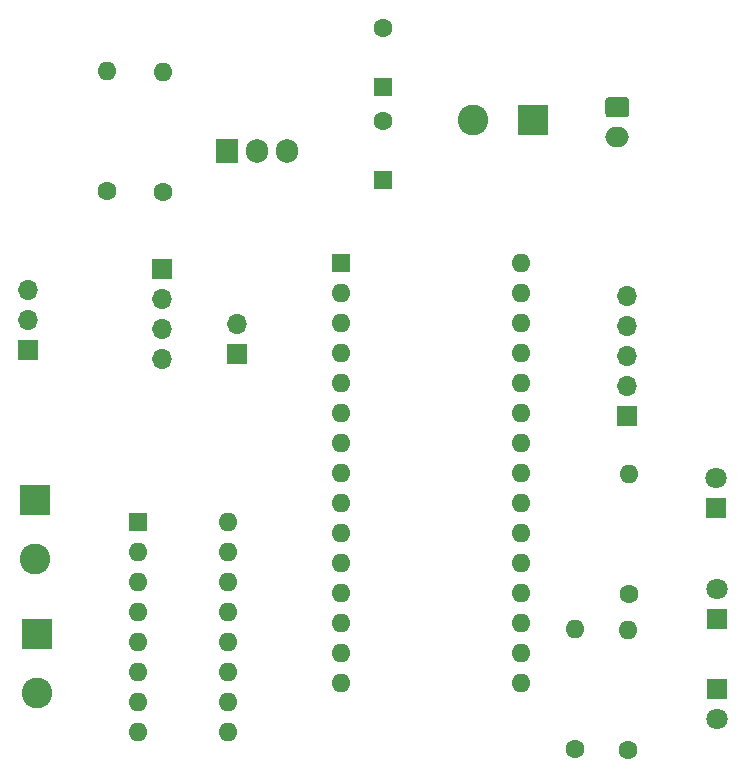
<source format=gbr>
%TF.GenerationSoftware,KiCad,Pcbnew,(5.1.10)-1*%
%TF.CreationDate,2021-07-11T18:10:03+05:30*%
%TF.ProjectId,pcb_flip,7063625f-666c-4697-902e-6b696361645f,rev?*%
%TF.SameCoordinates,Original*%
%TF.FileFunction,Soldermask,Top*%
%TF.FilePolarity,Negative*%
%FSLAX46Y46*%
G04 Gerber Fmt 4.6, Leading zero omitted, Abs format (unit mm)*
G04 Created by KiCad (PCBNEW (5.1.10)-1) date 2021-07-11 18:10:03*
%MOMM*%
%LPD*%
G01*
G04 APERTURE LIST*
%ADD10C,1.800000*%
%ADD11R,1.800000X1.800000*%
%ADD12O,1.600000X1.600000*%
%ADD13R,1.600000X1.600000*%
%ADD14C,2.600000*%
%ADD15R,2.600000X2.600000*%
%ADD16O,1.700000X1.700000*%
%ADD17R,1.700000X1.700000*%
%ADD18O,1.905000X2.000000*%
%ADD19R,1.905000X2.000000*%
%ADD20C,1.600000*%
%ADD21O,2.000000X1.700000*%
G04 APERTURE END LIST*
D10*
%TO.C,D2*%
X122809000Y-89598500D03*
D11*
X122809000Y-92138500D03*
%TD*%
D12*
%TO.C,U2*%
X81407000Y-83947000D03*
X73787000Y-101727000D03*
X81407000Y-86487000D03*
X73787000Y-99187000D03*
X81407000Y-89027000D03*
X73787000Y-96647000D03*
X81407000Y-91567000D03*
X73787000Y-94107000D03*
X81407000Y-94107000D03*
X73787000Y-91567000D03*
X81407000Y-96647000D03*
X73787000Y-89027000D03*
X81407000Y-99187000D03*
X73787000Y-86487000D03*
X81407000Y-101727000D03*
D13*
X73787000Y-83947000D03*
%TD*%
D14*
%TO.C,SW1*%
X102188000Y-49911000D03*
D15*
X107188000Y-49911000D03*
%TD*%
D16*
%TO.C,J7*%
X115189000Y-64770000D03*
X115189000Y-67310000D03*
X115189000Y-69850000D03*
X115189000Y-72390000D03*
D17*
X115189000Y-74930000D03*
%TD*%
D16*
%TO.C,J6*%
X82169000Y-67183000D03*
D17*
X82169000Y-69723000D03*
%TD*%
D14*
%TO.C,J5*%
X65214500Y-98408500D03*
D15*
X65214500Y-93408500D03*
%TD*%
D14*
%TO.C,J4*%
X65087500Y-87042000D03*
D15*
X65087500Y-82042000D03*
%TD*%
D16*
%TO.C,J3*%
X64452500Y-64262000D03*
X64452500Y-66802000D03*
D17*
X64452500Y-69342000D03*
%TD*%
D16*
%TO.C,J2*%
X75819000Y-70104000D03*
X75819000Y-67564000D03*
X75819000Y-65024000D03*
D17*
X75819000Y-62484000D03*
%TD*%
D18*
%TO.C,U1*%
X86423500Y-52514500D03*
X83883500Y-52514500D03*
D19*
X81343500Y-52514500D03*
%TD*%
D12*
%TO.C,R5*%
X115316000Y-79883000D03*
D20*
X115316000Y-90043000D03*
%TD*%
D12*
%TO.C,R4*%
X115252500Y-93091000D03*
D20*
X115252500Y-103251000D03*
%TD*%
D12*
%TO.C,R3*%
X110807500Y-92964000D03*
D20*
X110807500Y-103124000D03*
%TD*%
D12*
%TO.C,R2*%
X75882500Y-45847000D03*
D20*
X75882500Y-56007000D03*
%TD*%
D12*
%TO.C,R1*%
X71120000Y-45720000D03*
D20*
X71120000Y-55880000D03*
%TD*%
D21*
%TO.C,J1*%
X114363500Y-51331500D03*
G36*
G01*
X113613500Y-47981500D02*
X115113500Y-47981500D01*
G75*
G02*
X115363500Y-48231500I0J-250000D01*
G01*
X115363500Y-49431500D01*
G75*
G02*
X115113500Y-49681500I-250000J0D01*
G01*
X113613500Y-49681500D01*
G75*
G02*
X113363500Y-49431500I0J250000D01*
G01*
X113363500Y-48231500D01*
G75*
G02*
X113613500Y-47981500I250000J0D01*
G01*
G37*
%TD*%
D10*
%TO.C,D3*%
X122745500Y-80200500D03*
D11*
X122745500Y-82740500D03*
%TD*%
D10*
%TO.C,D1*%
X122809000Y-100584000D03*
D11*
X122809000Y-98044000D03*
%TD*%
D20*
%TO.C,C2*%
X94488000Y-42117000D03*
D13*
X94488000Y-47117000D03*
%TD*%
D20*
%TO.C,C1*%
X94488000Y-49991000D03*
D13*
X94488000Y-54991000D03*
%TD*%
%TO.C,A1*%
X90932000Y-61976000D03*
D12*
X106172000Y-94996000D03*
X90932000Y-64516000D03*
X106172000Y-92456000D03*
X90932000Y-67056000D03*
X106172000Y-89916000D03*
X90932000Y-69596000D03*
X106172000Y-87376000D03*
X90932000Y-72136000D03*
X106172000Y-84836000D03*
X90932000Y-74676000D03*
X106172000Y-82296000D03*
X90932000Y-77216000D03*
X106172000Y-79756000D03*
X90932000Y-79756000D03*
X106172000Y-77216000D03*
X90932000Y-82296000D03*
X106172000Y-74676000D03*
X90932000Y-84836000D03*
X106172000Y-72136000D03*
X90932000Y-87376000D03*
X106172000Y-69596000D03*
X90932000Y-89916000D03*
X106172000Y-67056000D03*
X90932000Y-92456000D03*
X106172000Y-64516000D03*
X90932000Y-94996000D03*
X106172000Y-61976000D03*
X90932000Y-97536000D03*
X106172000Y-97536000D03*
%TD*%
M02*

</source>
